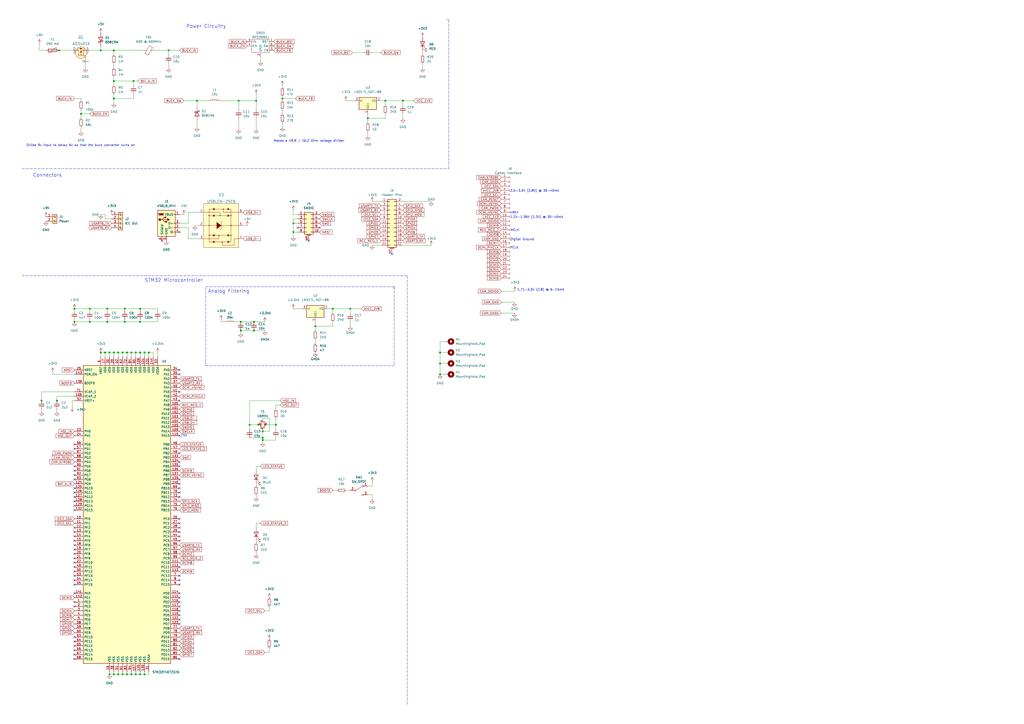
<source format=kicad_sch>
(kicad_sch (version 20211123) (generator eeschema)
  (paper "A2")
  (title_block (title "Camera") (date "2022-01-29") (rev "Rev 1.0"))
  (junction (at 66.04 204.47))
  (junction (at 73.66 391.16))
  (junction (at 81.28 179.07))
  (junction (at 144.78 246.38))
  (junction (at 255.27 217.17))
  (junction (at 66.04 29.21))
  (junction (at 152.4 255.27))
  (junction (at 255.27 210.82))
  (junction (at 66.04 46.99))
  (junction (at 160.02 246.38))
  (junction (at 170.18 129.54))
  (junction (at 34.29 29.21))
  (junction (at 52.07 179.07))
  (junction (at 76.2 204.47))
  (junction (at 223.52 58.42))
  (junction (at 78.74 391.16))
  (junction (at 139.7 186.69))
  (junction (at 193.04 179.07))
  (junction (at 66.04 57.15))
  (junction (at 77.47 46.99))
  (junction (at 138.43 58.42))
  (junction (at 81.28 186.69))
  (junction (at 68.58 204.47))
  (junction (at 170.18 134.62))
  (junction (at 60.96 204.47))
  (junction (at 52.07 186.69))
  (junction (at 147.32 186.69))
  (junction (at 68.58 391.16))
  (junction (at 62.23 179.07))
  (junction (at 213.36 68.58))
  (junction (at 83.82 391.16))
  (junction (at 76.2 391.16))
  (junction (at 33.02 232.41))
  (junction (at 24.13 232.41))
  (junction (at 58.42 204.47))
  (junction (at 163.83 57.15))
  (junction (at 114.3 58.42))
  (junction (at 58.42 29.21))
  (junction (at 66.04 391.16))
  (junction (at 233.68 58.42))
  (junction (at 97.79 29.21))
  (junction (at 86.36 204.47))
  (junction (at 255.27 204.47))
  (junction (at 72.39 186.69))
  (junction (at 43.18 179.07))
  (junction (at 71.12 391.16))
  (junction (at 152.4 254))
  (junction (at 148.59 58.42))
  (junction (at 72.39 179.07))
  (junction (at 203.2 179.07))
  (junction (at 73.66 204.47))
  (junction (at 78.74 204.47))
  (junction (at 139.7 191.77))
  (junction (at 63.5 391.16))
  (junction (at 152.4 250.19))
  (junction (at 62.23 186.69))
  (junction (at 83.82 204.47))
  (junction (at 43.18 186.69))
  (junction (at 46.99 66.04))
  (junction (at 63.5 204.47))
  (junction (at 71.12 204.47))
  (junction (at 149.86 246.38))
  (junction (at 81.28 391.16))
  (junction (at 147.32 191.77))
  (junction (at 182.88 189.23))
  (junction (at 81.28 204.47))
  (no_connect (at 43.18 290.83))
  (no_connect (at 104.14 252.73))
  (no_connect (at 43.18 260.35))
  (no_connect (at 43.18 257.81))
  (no_connect (at 43.18 379.73))
  (no_connect (at 104.14 351.79))
  (no_connect (at 43.18 293.37))
  (no_connect (at 185.42 132.08))
  (no_connect (at 104.14 288.29))
  (no_connect (at 104.14 303.53))
  (no_connect (at 104.14 283.21))
  (no_connect (at 43.18 321.31))
  (no_connect (at 43.18 275.59))
  (no_connect (at 43.18 344.17))
  (no_connect (at 104.14 313.69))
  (no_connect (at 104.14 267.97))
  (no_connect (at 43.18 306.07))
  (no_connect (at 43.18 311.15))
  (no_connect (at 104.14 356.87))
  (no_connect (at 104.14 382.27))
  (no_connect (at 104.14 361.95))
  (no_connect (at 104.14 300.99))
  (no_connect (at 104.14 336.55))
  (no_connect (at 104.14 339.09))
  (no_connect (at 104.14 328.93))
  (no_connect (at 104.14 334.01))
  (no_connect (at 104.14 306.07))
  (no_connect (at 104.14 311.15))
  (no_connect (at 227.33 147.32))
  (no_connect (at 179.07 139.7))
  (no_connect (at 43.18 313.69))
  (no_connect (at 104.14 359.41))
  (no_connect (at 172.72 132.08))
  (no_connect (at 43.18 273.05))
  (no_connect (at 43.18 270.51))
  (no_connect (at 43.18 318.77))
  (no_connect (at 104.14 227.33))
  (no_connect (at 43.18 285.75))
  (no_connect (at 43.18 278.13))
  (no_connect (at 104.14 232.41))
  (no_connect (at 104.14 270.51))
  (no_connect (at 104.14 262.89))
  (no_connect (at 104.14 278.13))
  (no_connect (at 43.18 316.23))
  (no_connect (at 43.18 382.27))
  (no_connect (at 104.14 349.25))
  (no_connect (at 43.18 331.47))
  (no_connect (at 104.14 134.62))
  (no_connect (at 43.18 283.21))
  (no_connect (at 43.18 339.09))
  (no_connect (at 43.18 295.91))
  (no_connect (at 104.14 280.67))
  (no_connect (at 43.18 328.93))
  (no_connect (at 43.18 369.57))
  (no_connect (at 43.18 349.25))
  (no_connect (at 43.18 351.79))
  (no_connect (at 43.18 372.11))
  (no_connect (at 104.14 217.17))
  (no_connect (at 43.18 374.65))
  (no_connect (at 104.14 214.63))
  (no_connect (at 43.18 308.61))
  (no_connect (at 104.14 308.61))
  (no_connect (at 104.14 346.71))
  (no_connect (at 43.18 334.01))
  (no_connect (at 104.14 344.17))
  (no_connect (at 104.14 354.33))
  (no_connect (at 43.18 336.55))
  (no_connect (at 43.18 288.29))
  (no_connect (at 43.18 323.85))
  (no_connect (at 104.14 285.75))
  (no_connect (at 43.18 326.39))
  (no_connect (at 43.18 377.19))
  (no_connect (at 93.98 139.7))
  (wire (pts (xy 138.43 58.42) (xy 148.59 58.42)))
  (wire (pts (xy 223.52 58.42) (xy 233.68 58.42)))
  (wire (pts (xy 46.99 73.66) (xy 46.99 76.2)))
  (wire (pts (xy 68.58 204.47) (xy 71.12 204.47)))
  (wire (pts (xy 109.22 138.43) (xy 109.22 132.08)))
  (wire (pts (xy 152.4 254) (xy 152.4 255.27)))
  (polyline (pts (xy 260.35 11.43) (xy 259.08 11.43)))
  (wire (pts (xy 190.5 179.07) (xy 193.04 179.07)))
  (wire (pts (xy 81.28 179.07) (xy 91.44 179.07)))
  (wire (pts (xy 33.02 29.21) (xy 34.29 29.21)))
  (wire (pts (xy 58.42 204.47) (xy 60.96 204.47)))
  (wire (pts (xy 154.94 246.38) (xy 160.02 246.38)))
  (wire (pts (xy 139.7 186.69) (xy 147.32 186.69)))
  (wire (pts (xy 78.74 389.89) (xy 78.74 391.16)))
  (wire (pts (xy 33.02 232.41) (xy 33.02 229.87)))
  (wire (pts (xy 213.36 68.58) (xy 213.36 71.12)))
  (wire (pts (xy 153.67 378.46) (xy 156.21 378.46)))
  (wire (pts (xy 43.18 179.07) (xy 43.18 180.34)))
  (wire (pts (xy 135.89 186.69) (xy 139.7 186.69)))
  (polyline (pts (xy 236.22 160.02) (xy 236.22 408.94)))
  (wire (pts (xy 66.04 44.45) (xy 66.04 46.99)))
  (wire (pts (xy 148.59 313.69) (xy 148.59 314.96)))
  (wire (pts (xy 148.59 280.67) (xy 148.59 281.94)))
  (wire (pts (xy 77.47 46.99) (xy 80.01 46.99)))
  (wire (pts (xy 128.27 185.42) (xy 128.27 186.69)))
  (wire (pts (xy 106.68 124.46) (xy 104.14 124.46)))
  (wire (pts (xy 115.57 138.43) (xy 109.22 138.43)))
  (wire (pts (xy 52.07 186.69) (xy 62.23 186.69)))
  (wire (pts (xy 90.17 29.21) (xy 97.79 29.21)))
  (wire (pts (xy 97.79 29.21) (xy 97.79 31.75)))
  (wire (pts (xy 66.04 46.99) (xy 77.47 46.99)))
  (wire (pts (xy 63.5 204.47) (xy 66.04 204.47)))
  (wire (pts (xy 72.39 179.07) (xy 81.28 179.07)))
  (polyline (pts (xy 228.6 166.37) (xy 228.6 167.64)))
  (wire (pts (xy 71.12 391.16) (xy 73.66 391.16)))
  (wire (pts (xy 22.86 29.21) (xy 22.86 25.4)))
  (wire (pts (xy 245.11 36.83) (xy 245.11 39.37)))
  (wire (pts (xy 162.56 232.41) (xy 144.78 232.41)))
  (wire (pts (xy 60.96 124.46) (xy 58.42 124.46)))
  (wire (pts (xy 163.83 57.15) (xy 171.45 57.15)))
  (wire (pts (xy 156.21 26.67) (xy 158.75 26.67)))
  (wire (pts (xy 182.88 196.85) (xy 182.88 199.39)))
  (wire (pts (xy 250.19 142.24) (xy 233.68 142.24)))
  (wire (pts (xy 83.82 204.47) (xy 83.82 207.01)))
  (wire (pts (xy 203.2 179.07) (xy 203.2 181.61)))
  (wire (pts (xy 68.58 204.47) (xy 68.58 207.01)))
  (wire (pts (xy 81.28 186.69) (xy 91.44 186.69)))
  (wire (pts (xy 78.74 204.47) (xy 78.74 207.01)))
  (wire (pts (xy 156.21 242.57) (xy 156.21 250.19)))
  (wire (pts (xy 81.28 185.42) (xy 81.28 186.69)))
  (wire (pts (xy 68.58 391.16) (xy 68.58 389.89)))
  (wire (pts (xy 233.68 58.42) (xy 240.03 58.42)))
  (wire (pts (xy 62.23 179.07) (xy 72.39 179.07)))
  (wire (pts (xy 203.2 179.07) (xy 209.55 179.07)))
  (wire (pts (xy 200.66 284.48) (xy 203.2 284.48)))
  (wire (pts (xy 43.18 186.69) (xy 52.07 186.69)))
  (wire (pts (xy 86.36 389.89) (xy 86.36 391.16)))
  (wire (pts (xy 144.78 246.38) (xy 149.86 246.38)))
  (wire (pts (xy 139.7 191.77) (xy 139.7 193.04)))
  (wire (pts (xy 156.21 378.46) (xy 156.21 375.92)))
  (wire (pts (xy 233.68 58.42) (xy 233.68 60.96)))
  (wire (pts (xy 114.3 69.85) (xy 114.3 73.66)))
  (wire (pts (xy 193.04 179.07) (xy 193.04 181.61)))
  (wire (pts (xy 172.72 124.46) (xy 170.18 124.46)))
  (wire (pts (xy 97.79 29.21) (xy 104.14 29.21)))
  (wire (pts (xy 46.99 66.04) (xy 46.99 68.58)))
  (wire (pts (xy 152.4 248.92) (xy 152.4 250.19)))
  (wire (pts (xy 66.04 391.16) (xy 63.5 391.16)))
  (wire (pts (xy 170.18 129.54) (xy 170.18 127)))
  (wire (pts (xy 170.18 134.62) (xy 172.72 134.62)))
  (wire (pts (xy 73.66 391.16) (xy 76.2 391.16)))
  (wire (pts (xy 160.02 242.57) (xy 160.02 246.38)))
  (wire (pts (xy 139.7 191.77) (xy 147.32 191.77)))
  (wire (pts (xy 41.91 232.41) (xy 41.91 236.22)))
  (wire (pts (xy 72.39 179.07) (xy 72.39 180.34)))
  (wire (pts (xy 290.83 168.91) (xy 298.704 168.91)))
  (wire (pts (xy 76.2 204.47) (xy 76.2 207.01)))
  (wire (pts (xy 257.81 198.12) (xy 255.27 198.12)))
  (wire (pts (xy 148.59 58.42) (xy 148.59 63.5)))
  (wire (pts (xy 148.59 306.07) (xy 148.59 303.53)))
  (wire (pts (xy 58.42 29.21) (xy 66.04 29.21)))
  (wire (pts (xy 223.52 68.58) (xy 213.36 68.58)))
  (wire (pts (xy 66.04 204.47) (xy 68.58 204.47)))
  (wire (pts (xy 163.83 57.15) (xy 163.83 58.42)))
  (wire (pts (xy 156.21 29.21) (xy 158.75 29.21)))
  (wire (pts (xy 52.07 179.07) (xy 52.07 180.34)))
  (wire (pts (xy 83.82 204.47) (xy 86.36 204.47)))
  (wire (pts (xy 66.04 59.69) (xy 66.04 57.15)))
  (wire (pts (xy 245.11 29.21) (xy 245.11 31.75)))
  (wire (pts (xy 77.47 57.15) (xy 66.04 57.15)))
  (wire (pts (xy 114.3 62.23) (xy 114.3 58.42)))
  (wire (pts (xy 86.36 204.47) (xy 86.36 207.01)))
  (wire (pts (xy 213.36 76.2) (xy 213.36 78.74)))
  (polyline (pts (xy 119.38 212.09) (xy 119.38 166.37)))
  (wire (pts (xy 160.02 248.92) (xy 160.02 246.38)))
  (wire (pts (xy 215.9 116.84) (xy 220.98 116.84)))
  (wire (pts (xy 128.27 58.42) (xy 138.43 58.42)))
  (wire (pts (xy 64.77 127) (xy 60.96 127)))
  (wire (pts (xy 156.21 24.13) (xy 158.75 24.13)))
  (wire (pts (xy 43.18 57.15) (xy 46.99 57.15)))
  (wire (pts (xy 182.88 189.23) (xy 182.88 191.77)))
  (wire (pts (xy 68.58 391.16) (xy 71.12 391.16)))
  (wire (pts (xy 72.39 185.42) (xy 72.39 186.69)))
  (wire (pts (xy 52.07 179.07) (xy 62.23 179.07)))
  (wire (pts (xy 144.78 232.41) (xy 144.78 246.38)))
  (wire (pts (xy 58.42 204.47) (xy 58.42 207.01)))
  (wire (pts (xy 213.36 287.02) (xy 215.9 287.02)))
  (wire (pts (xy 147.32 186.69) (xy 153.67 186.69)))
  (wire (pts (xy 215.9 142.24) (xy 220.98 142.24)))
  (wire (pts (xy 63.5 204.47) (xy 63.5 207.01)))
  (wire (pts (xy 128.27 186.69) (xy 130.81 186.69)))
  (polyline (pts (xy 228.6 166.37) (xy 228.6 212.09)))
  (wire (pts (xy 62.23 186.69) (xy 72.39 186.69)))
  (wire (pts (xy 255.27 204.47) (xy 255.27 210.82)))
  (wire (pts (xy 66.04 391.16) (xy 68.58 391.16)))
  (wire (pts (xy 170.18 127) (xy 172.72 127)))
  (wire (pts (xy 81.28 204.47) (xy 83.82 204.47)))
  (wire (pts (xy 250.19 116.84) (xy 233.68 116.84)))
  (wire (pts (xy 193.04 284.48) (xy 195.58 284.48)))
  (wire (pts (xy 148.59 68.58) (xy 148.59 74.93)))
  (wire (pts (xy 60.96 204.47) (xy 63.5 204.47)))
  (wire (pts (xy 204.47 30.48) (xy 210.82 30.48)))
  (wire (pts (xy 148.59 270.51) (xy 151.13 270.51)))
  (wire (pts (xy 213.36 66.04) (xy 213.36 68.58)))
  (wire (pts (xy 60.96 127) (xy 60.96 124.46)))
  (wire (pts (xy 66.04 29.21) (xy 66.04 31.75)))
  (wire (pts (xy 91.44 179.07) (xy 91.44 180.34)))
  (wire (pts (xy 255.27 210.82) (xy 255.27 217.17)))
  (wire (pts (xy 33.02 237.49) (xy 33.02 238.76)))
  (wire (pts (xy 160.02 254) (xy 160.02 255.27)))
  (wire (pts (xy 193.04 186.69) (xy 193.04 189.23)))
  (wire (pts (xy 182.88 186.69) (xy 182.88 189.23)))
  (wire (pts (xy 66.04 36.83) (xy 66.04 39.37)))
  (wire (pts (xy 215.9 281.94) (xy 215.9 279.4)))
  (wire (pts (xy 163.83 71.12) (xy 163.83 73.66)))
  (wire (pts (xy 104.14 132.08) (xy 109.22 132.08)))
  (wire (pts (xy 30.48 217.17) (xy 30.48 215.9)))
  (wire (pts (xy 138.43 68.58) (xy 138.43 74.93)))
  (wire (pts (xy 193.04 189.23) (xy 182.88 189.23)))
  (wire (pts (xy 71.12 204.47) (xy 73.66 204.47)))
  (wire (pts (xy 148.59 273.05) (xy 148.59 270.51)))
  (wire (pts (xy 290.83 175.26) (xy 298.45 175.26)))
  (wire (pts (xy 147.32 191.77) (xy 153.67 191.77)))
  (wire (pts (xy 83.82 389.89) (xy 83.82 391.16)))
  (wire (pts (xy 60.96 204.47) (xy 60.96 207.01)))
  (wire (pts (xy 81.28 204.47) (xy 81.28 207.01)))
  (polyline (pts (xy 12.7 160.02) (xy 236.22 160.02)))
  (wire (pts (xy 257.81 204.47) (xy 255.27 204.47)))
  (wire (pts (xy 163.83 49.53) (xy 163.83 50.8)))
  (wire (pts (xy 139.7 189.23) (xy 139.7 191.77)))
  (wire (pts (xy 62.23 179.07) (xy 62.23 180.34)))
  (wire (pts (xy 97.79 36.83) (xy 97.79 39.37)))
  (wire (pts (xy 24.13 227.33) (xy 24.13 232.41)))
  (wire (pts (xy 215.9 30.48) (xy 220.98 30.48)))
  (wire (pts (xy 91.44 204.47) (xy 91.44 207.01)))
  (wire (pts (xy 66.04 29.21) (xy 82.55 29.21)))
  (wire (pts (xy 152.4 242.57) (xy 156.21 242.57)))
  (wire (pts (xy 152.4 243.84) (xy 152.4 242.57)))
  (wire (pts (xy 160.02 234.95) (xy 160.02 237.49)))
  (wire (pts (xy 81.28 391.16) (xy 83.82 391.16)))
  (wire (pts (xy 109.22 123.19) (xy 109.22 129.54)))
  (wire (pts (xy 46.99 66.04) (xy 52.07 66.04)))
  (wire (pts (xy 153.67 354.33) (xy 156.21 354.33)))
  (wire (pts (xy 104.14 129.54) (xy 109.22 129.54)))
  (wire (pts (xy 152.4 255.27) (xy 152.4 256.54)))
  (wire (pts (xy 160.02 234.95) (xy 162.56 234.95)))
  (wire (pts (xy 200.66 58.42) (xy 205.74 58.42)))
  (polyline (pts (xy 260.35 97.79) (xy 260.35 11.43)))
  (wire (pts (xy 152.4 250.19) (xy 152.4 254)))
  (wire (pts (xy 52.07 185.42) (xy 52.07 186.69)))
  (wire (pts (xy 213.36 281.94) (xy 215.9 281.94)))
  (wire (pts (xy 66.04 389.89) (xy 66.04 391.16)))
  (wire (pts (xy 81.28 389.89) (xy 81.28 391.16)))
  (wire (pts (xy 114.3 58.42) (xy 120.65 58.42)))
  (wire (pts (xy 43.18 185.42) (xy 43.18 186.69)))
  (wire (pts (xy 115.57 123.19) (xy 109.22 123.19)))
  (wire (pts (xy 170.18 137.16) (xy 170.18 134.62)))
  (wire (pts (xy 73.66 204.47) (xy 73.66 207.01)))
  (wire (pts (xy 215.9 287.02) (xy 215.9 289.56)))
  (wire (pts (xy 49.53 36.83) (xy 49.53 39.37)))
  (wire (pts (xy 46.99 63.5) (xy 46.99 66.04)))
  (wire (pts (xy 156.21 250.19) (xy 152.4 250.19)))
  (wire (pts (xy 255.27 217.17) (xy 257.81 217.17)))
  (wire (pts (xy 73.66 389.89) (xy 73.66 391.16)))
  (wire (pts (xy 148.59 54.61) (xy 148.59 58.42)))
  (wire (pts (xy 77.47 54.61) (xy 77.47 57.15)))
  (wire (pts (xy 73.66 204.47) (xy 76.2 204.47)))
  (wire (pts (xy 43.18 179.07) (xy 52.07 179.07)))
  (wire (pts (xy 62.23 185.42) (xy 62.23 186.69)))
  (wire (pts (xy 77.47 46.99) (xy 77.47 49.53)))
  (wire (pts (xy 66.04 54.61) (xy 66.04 57.15)))
  (wire (pts (xy 106.68 58.42) (xy 114.3 58.42)))
  (wire (pts (xy 223.52 58.42) (xy 223.52 60.96)))
  (wire (pts (xy 71.12 389.89) (xy 71.12 391.16)))
  (wire (pts (xy 41.91 232.41) (xy 43.18 232.41)))
  (wire (pts (xy 26.67 29.21) (xy 22.86 29.21)))
  (wire (pts (xy 78.74 204.47) (xy 81.28 204.47)))
  (wire (pts (xy 88.9 204.47) (xy 88.9 207.01)))
  (wire (pts (xy 144.78 248.92) (xy 144.78 246.38)))
  (wire (pts (xy 91.44 186.69) (xy 91.44 185.42)))
  (wire (pts (xy 144.78 254) (xy 152.4 254)))
  (wire (pts (xy 52.07 29.21) (xy 58.42 29.21)))
  (wire (pts (xy 33.02 229.87) (xy 43.18 229.87)))
  (wire (pts (xy 66.04 204.47) (xy 66.04 207.01)))
  (wire (pts (xy 46.99 57.15) (xy 46.99 58.42)))
  (wire (pts (xy 24.13 233.68) (xy 24.13 232.41)))
  (wire (pts (xy 86.36 204.47) (xy 88.9 204.47)))
  (wire (pts (xy 170.18 124.46) (xy 170.18 121.92)))
  (wire (pts (xy 160.02 255.27) (xy 152.4 255.27)))
  (polyline (pts (xy 12.7 97.79) (xy 260.35 97.79)))
  (wire (pts (xy 113.03 130.81) (xy 115.57 130.81)))
  (wire (pts (xy 149.86 246.38) (xy 151.13 246.38)))
  (wire (pts (xy 203.2 186.69) (xy 203.2 189.23)))
  (polyline (pts (xy 228.6 212.09) (xy 119.38 212.09)))
  (wire (pts (xy 220.98 58.42) (xy 223.52 58.42)))
  (wire (pts (xy 33.02 233.68) (xy 33.02 232.41)))
  (wire (pts (xy 255.27 198.12) (xy 255.27 204.47)))
  (wire (pts (xy 223.52 66.04) (xy 223.52 68.58)))
  (wire (pts (xy 143.51 130.81) (xy 140.97 130.81)))
  (wire (pts (xy 72.39 186.69) (xy 81.28 186.69)))
  (wire (pts (xy 170.18 129.54) (xy 172.72 129.54)))
  (wire (pts (xy 257.81 210.82) (xy 255.27 210.82)))
  (wire (pts (xy 163.83 63.5) (xy 163.83 66.04)))
  (wire (pts (xy 63.5 391.16) (xy 63.5 389.89)))
  (wire (pts (xy 151.13 33.02) (xy 151.13 35.56)))
  (wire (pts (xy 76.2 204.47) (xy 78.74 204.47)))
  (wire (pts (xy 71.12 204.47) (xy 71.12 207.01)))
  (wire (pts (xy 66.04 46.99) (xy 66.04 49.53)))
  (wire (pts (xy 156.21 354.33) (xy 156.21 351.79)))
  (wire (pts (xy 233.68 66.04) (xy 233.68 68.58)))
  (wire (pts (xy 34.29 29.21) (xy 41.91 29.21)))
  (polyline (pts (xy 119.38 166.37) (xy 228.6 166.37)))
  (wire (pts (xy 170.18 129.54) (xy 170.18 134.62)))
  (wire (pts (xy 148.59 320.04) (xy 148.59 321.31)))
  (wire (pts (xy 86.36 391.16) (xy 83.82 391.16)))
  (wire (pts (xy 148.59 287.02) (xy 148.59 288.29)))
  (wire (pts (xy 76.2 389.89) (xy 76.2 391.16)))
  (wire (pts (xy 193.04 179.07) (xy 203.2 179.07)))
  (wire (pts (xy 81.28 179.07) (xy 81.28 180.34)))
  (wire (pts (xy 290.83 181.61) (xy 298.45 181.61)))
  (wire (pts (xy 148.59 303.53) (xy 151.13 303.53)))
  (wire (pts (xy 76.2 391.16) (xy 78.74 391.16)))
  (wire (pts (xy 78.74 391.16) (xy 81.28 391.16)))
  (wire (pts (xy 24.13 237.49) (xy 24.13 238.76)))
  (wire (pts (xy 138.43 58.42) (xy 138.43 63.5)))
  (wire (pts (xy 170.18 179.07) (xy 175.26 179.07)))
  (wire (pts (xy 58.42 26.67) (xy 58.42 29.21)))
  (wire (pts (xy 163.83 55.88) (xy 163.83 57.15)))
  (wire (pts (xy 43.18 217.17) (xy 30.48 217.17)))
  (wire (pts (xy 24.13 227.33) (xy 43.18 227.33)))
  (text "Makes a 49.9 / 16.2 Ohm voltage divider\n" (at 158.75 82.55 0) (effects (font (size 1.27 1.27)) (justify left bottom)))
  (text "JTDI" (at 104.648 253.492 0) (effects (font (size 1.27 1.27)) (justify left bottom)))
  (text "HREF" (at 295.91 124.206 0) (effects (font (size 1.27 1.27)) (justify left bottom)))
  (text "1.71-3.3V (2.8) @ 6-15mA" (at 299.974 168.91 0) (effects (font (size 1.27 1.27)) (justify left bottom)))
  (text "STM32 Microcontroller" (at 83.82 163.83 0) (effects (font (size 2 2)) (justify left bottom)))
  (text "Power Circuitry" (at 107.95 16.51 0) (effects (font (size 2 2)) (justify left bottom)))
  (text "MCLK" (at 296.037 134.366 0) (effects (font (size 1.27 1.27)) (justify left bottom)))
  (text "Digital Ground" (at 295.91 139.7 0) (effects (font (size 1.27 1.27)) (justify left bottom)))
  (text "Divide 9v input to below 6v so that the buck converter turns on" (at 15.24 85.09 0) (effects (font (size 1.27 1.27)) (justify left bottom)))
  (text "Analog Filtering" (at 120.65 170.18 0) (effects (font (size 2 2)) (justify left bottom)))
  (text "PCLK" (at 295.91 144.526 0) (effects (font (size 1.27 1.27)) (justify left bottom)))
  (text "2.5-3.0V (2.8V) @ 30-40mA" (at 295.91 111.506 0) (effects (font (size 1.27 1.27)) (justify left bottom)))
  (text "1.24-1.36V (1.3V) @ 30-40mA" (at 295.91 126.746 0) (effects (font (size 1.27 1.27)) (justify left bottom)))
  (text "Connectors" (at 19.05 102.87 0) (effects (font (size 2 2)) (justify left bottom)))
  (global_label "SWCLK" (shape input) (at 185.42 127 0) (property "Intersheet References" "${INTERSHEET_REFS}" (effects hide)))
  (global_label "CAM_DOVDD" (shape input) (at 290.83 168.91 180) (property "Intersheet References" "${INTERSHEET_REFS}" (effects hide)))
  (global_label "VCC_1V3" (shape input) (at 240.03 58.42 0) (property "Intersheet References" "${INTERSHEET_REFS}" (effects hide)))
  (global_label "BUCK_IN" (shape input) (at 104.14 29.21 0) (property "Intersheet References" "${INTERSHEET_REFS}" (effects hide)))
  (global_label "BUCK_SW" (shape input) (at 158.75 26.67 0) (property "Intersheet References" "${INTERSHEET_REFS}" (effects hide)))
  (global_label "SPI2_MISO" (shape input) (at 233.68 121.92 0) (property "Intersheet References" "${INTERSHEET_REFS}" (effects hide)))
  (global_label "LED_STATUS" (shape input) (at 151.13 270.51 0) (property "Intersheet References" "${INTERSHEET_REFS}" (effects hide)))
  (global_label "USART3_TX" (shape input) (at 233.68 137.16 0) (property "Intersheet References" "${INTERSHEET_REFS}" (effects hide)))
  (global_label "GPIO1" (shape input) (at 220.98 129.54 180) (property "Intersheet References" "${INTERSHEET_REFS}" (effects hide)))
  (global_label "CAM_STROBE" (shape input) (at 43.18 267.97 180) (property "Intersheet References" "${INTERSHEET_REFS}" (effects hide)))
  (global_label "DCMI9" (shape input) (at 290.83 130.81 180) (property "Intersheet References" "${INTERSHEET_REFS}" (effects hide)))
  (global_label "DCMI_VSYNC" (shape input) (at 290.83 118.11 180) (property "Intersheet References" "${INTERSHEET_REFS}" (effects hide)))
  (global_label "DCMI0" (shape input) (at 290.83 161.29 180) (property "Intersheet References" "${INTERSHEET_REFS}" (effects hide)))
  (global_label "RCC_MCO_2" (shape input) (at 290.83 133.35 180) (property "Intersheet References" "${INTERSHEET_REFS}" (effects hide)))
  (global_label "DCMI9" (shape input) (at 104.14 331.47 0) (property "Intersheet References" "${INTERSHEET_REFS}" (effects hide)))
  (global_label "BUCK_BST" (shape input) (at 158.75 24.13 0) (property "Intersheet References" "${INTERSHEET_REFS}" (effects hide)))
  (global_label "BUCK_SW" (shape input) (at 220.98 30.48 0) (property "Intersheet References" "${INTERSHEET_REFS}" (effects hide)))
  (global_label "GPIO1" (shape input) (at 43.18 364.49 180) (property "Intersheet References" "${INTERSHEET_REFS}" (effects hide)))
  (global_label "GPIO5" (shape input) (at 220.98 134.62 180) (property "Intersheet References" "${INTERSHEET_REFS}" (effects hide)))
  (global_label "DCMI6" (shape input) (at 290.83 146.05 180) (property "Intersheet References" "${INTERSHEET_REFS}" (effects hide)))
  (global_label "USART3_RX" (shape input) (at 104.14 367.03 0) (property "Intersheet References" "${INTERSHEET_REFS}" (effects hide)))
  (global_label "GPIO6" (shape input) (at 233.68 134.62 0) (property "Intersheet References" "${INTERSHEET_REFS}" (effects hide)))
  (global_label "USART6_RX" (shape input) (at 64.77 132.08 180) (property "Intersheet References" "${INTERSHEET_REFS}" (effects hide)))
  (global_label "GPIO5" (shape input) (at 104.14 374.65 0) (property "Intersheet References" "${INTERSHEET_REFS}" (effects hide)))
  (global_label "DCMI2" (shape input) (at 104.14 321.31 0) (property "Intersheet References" "${INTERSHEET_REFS}" (effects hide)))
  (global_label "BAT_A_IN" (shape input) (at 80.01 46.99 0) (property "Intersheet References" "${INTERSHEET_REFS}" (effects hide)))
  (global_label "DCMI5" (shape input) (at 104.14 273.05 0) (property "Intersheet References" "${INTERSHEET_REFS}" (effects hide)))
  (global_label "DCMI8" (shape input) (at 104.14 326.39 0) (property "Intersheet References" "${INTERSHEET_REFS}" (effects hide)))
  (global_label "AVCC_2V8" (shape input) (at 290.83 110.49 180) (property "Intersheet References" "${INTERSHEET_REFS}" (effects hide)))
  (global_label "SPI2_MOSI" (shape input) (at 233.68 124.46 0) (property "Intersheet References" "${INTERSHEET_REFS}" (effects hide)))
  (global_label "USART6_TX" (shape input) (at 104.14 316.23 0) (property "Intersheet References" "${INTERSHEET_REFS}" (effects hide)))
  (global_label "GPIO7" (shape input) (at 104.14 379.73 0) (property "Intersheet References" "${INTERSHEET_REFS}" (effects hide)))
  (global_label "BUCK_FB" (shape input) (at 158.75 29.21 0) (property "Intersheet References" "${INTERSHEET_REFS}" (effects hide)))
  (global_label "GPIO0" (shape input) (at 233.68 127 0) (property "Intersheet References" "${INTERSHEET_REFS}" (effects hide)))
  (global_label "SPI2_MOSI" (shape input) (at 104.14 295.91 0) (property "Intersheet References" "${INTERSHEET_REFS}" (effects hide)))
  (global_label "GPIO3" (shape input) (at 220.98 132.08 180) (property "Intersheet References" "${INTERSHEET_REFS}" (effects hide)))
  (global_label "DCMI_PIXCLK" (shape input) (at 290.83 143.51 180) (property "Intersheet References" "${INTERSHEET_REFS}" (effects hide)))
  (global_label "GPIO2" (shape input) (at 43.18 367.03 180) (property "Intersheet References" "${INTERSHEET_REFS}" (effects hide)))
  (global_label "HSE_IN" (shape input) (at 43.18 250.19 180) (property "Intersheet References" "${INTERSHEET_REFS}" (effects hide)))
  (global_label "I2C2_SDA" (shape input) (at 290.83 107.95 180) (property "Intersheet References" "${INTERSHEET_REFS}" (effects hide)))
  (global_label "USART2_TX" (shape input) (at 220.98 119.38 180) (property "Intersheet References" "${INTERSHEET_REFS}" (effects hide)))
  (global_label "USB_D-" (shape input) (at 140.97 138.43 0) (property "Intersheet References" "${INTERSHEET_REFS}" (effects hide)))
  (global_label "I2C2_SCL" (shape input) (at 220.98 124.46 180) (property "Intersheet References" "${INTERSHEET_REFS}" (effects hide)))
  (global_label "HSE_IN" (shape input) (at 162.56 232.41 0) (property "Intersheet References" "${INTERSHEET_REFS}" (effects hide)))
  (global_label "DCMI8" (shape input) (at 290.83 135.89 180) (property "Intersheet References" "${INTERSHEET_REFS}" (effects hide)))
  (global_label "USART2_RX" (shape input) (at 220.98 121.92 180) (property "Intersheet References" "${INTERSHEET_REFS}" (effects hide)))
  (global_label "CAM_DOVDD" (shape input) (at 290.83 128.27 180) (property "Intersheet References" "${INTERSHEET_REFS}" (effects hide)))
  (global_label "NRST" (shape input) (at 43.18 214.63 180) (property "Intersheet References" "${INTERSHEET_REFS}" (effects hide)))
  (global_label "HSE_OUT" (shape input) (at 43.18 252.73 180) (property "Intersheet References" "${INTERSHEET_REFS}" (effects hide)))
  (global_label "SWDIO" (shape input) (at 104.14 247.65 0) (property "Intersheet References" "${INTERSHEET_REFS}" (effects hide)))
  (global_label "DCMI3" (shape input) (at 290.83 153.67 180) (property "Intersheet References" "${INTERSHEET_REFS}" (effects hide)))
  (global_label "I2C2_SDA" (shape input) (at 220.98 127 180) (property "Intersheet References" "${INTERSHEET_REFS}" (effects hide)))
  (global_label "DCMI_PIXCLK" (shape input) (at 104.14 229.87 0) (property "Intersheet References" "${INTERSHEET_REFS}" (effects hide)))
  (global_label "NRST" (shape input) (at 185.42 134.62 0) (property "Intersheet References" "${INTERSHEET_REFS}" (effects hide)))
  (global_label "USB_D-" (shape input) (at 104.14 242.57 0) (property "Intersheet References" "${INTERSHEET_REFS}" (effects hide)))
  (global_label "USART6_TX" (shape input) (at 64.77 129.54 180) (property "Intersheet References" "${INTERSHEET_REFS}" (effects hide)))
  (global_label "SPI2_MISO" (shape input) (at 104.14 293.37 0) (property "Intersheet References" "${INTERSHEET_REFS}" (effects hide)))
  (global_label "CAM_PWDN" (shape input) (at 43.18 262.89 180) (property "Intersheet References" "${INTERSHEET_REFS}" (effects hide)))
  (global_label "BUCK_BST" (shape input) (at 204.47 30.48 180) (property "Intersheet References" "${INTERSHEET_REFS}" (effects hide)))
  (global_label "GPIO0" (shape input) (at 43.18 361.95 180) (property "Intersheet References" "${INTERSHEET_REFS}" (effects hide)))
  (global_label "SWO" (shape input) (at 185.42 129.54 0) (property "Intersheet References" "${INTERSHEET_REFS}" (effects hide)))
  (global_label "DCMI1" (shape input) (at 104.14 240.03 0) (property "Intersheet References" "${INTERSHEET_REFS}" (effects hide)))
  (global_label "DCMI4" (shape input) (at 43.18 354.33 180) (property "Intersheet References" "${INTERSHEET_REFS}" (effects hide)))
  (global_label "DCMI_HSYNC" (shape input) (at 290.83 123.19 180) (property "Intersheet References" "${INTERSHEET_REFS}" (effects hide)))
  (global_label "GPIO4" (shape input) (at 233.68 132.08 0) (property "Intersheet References" "${INTERSHEET_REFS}" (effects hide)))
  (global_label "USB_D+" (shape input) (at 140.97 123.19 0) (property "Intersheet References" "${INTERSHEET_REFS}" (effects hide)))
  (global_label "DCMI1" (shape input) (at 290.83 158.75 180) (property "Intersheet References" "${INTERSHEET_REFS}" (effects hide)))
  (global_label "BOOT0" (shape input) (at 43.18 222.25 180) (property "Intersheet References" "${INTERSHEET_REFS}" (effects hide)))
  (global_label "BUCK_SW" (shape input) (at 106.68 58.42 180) (property "Intersheet References" "${INTERSHEET_REFS}" (effects hide)))
  (global_label "VCC_1V3" (shape input) (at 290.83 125.73 180) (property "Intersheet References" "${INTERSHEET_REFS}" (effects hide)))
  (global_label "CAM_PWDN" (shape input) (at 290.83 120.65 180) (property "Intersheet References" "${INTERSHEET_REFS}" (effects hide)))
  (global_label "DCMI7" (shape input) (at 43.18 359.41 180) (property "Intersheet References" "${INTERSHEET_REFS}" (effects hide)))
  (global_label "DCMI4" (shape input) (at 290.83 156.21 180) (property "Intersheet References" "${INTERSHEET_REFS}" (effects hide)))
  (global_label "DCMI0" (shape input) (at 104.14 237.49 0) (property "Intersheet References" "${INTERSHEET_REFS}" (effects hide)))
  (global_label "USART3_RX" (shape input) (at 233.68 139.7 0) (property "Intersheet References" "${INTERSHEET_REFS}" (effects hide)))
  (global_label "CAM_GND" (shape input) (at 290.83 175.26 180) (property "Intersheet References" "${INTERSHEET_REFS}" (effects hide)))
  (global_label "SWDIO" (shape input) (at 185.42 124.46 0) (property "Intersheet References" "${INTERSHEET_REFS}" (effects hide)))
  (global_label "LED_STATUS_2" (shape input) (at 104.14 260.35 0) (property "Intersheet References" "${INTERSHEET_REFS}" (effects hide)))
  (global_label "GPIO6" (shape input) (at 104.14 377.19 0) (property "Intersheet References" "${INTERSHEET_REFS}" (effects hide)))
  (global_label "USB_D+" (shape input) (at 104.14 245.11 0) (property "Intersheet References" "${INTERSHEET_REFS}" (effects hide)))
  (global_label "USART6_RX" (shape input) (at 104.14 318.77 0) (property "Intersheet References" "${INTERSHEET_REFS}" (effects hide)))
  (global_label "SPI2_SCK" (shape input) (at 233.68 119.38 0) (property "Intersheet References" "${INTERSHEET_REFS}" (effects hide)))
  (global_label "SWO" (shape input) (at 104.14 265.43 0) (property "Intersheet References" "${INTERSHEET_REFS}" (effects hide)))
  (global_label "DCMI2" (shape input) (at 290.83 148.59 180) (property "Intersheet References" "${INTERSHEET_REFS}" (effects hide)))
  (global_label "BUCK_IN" (shape input) (at 43.18 57.15 180) (property "Intersheet References" "${INTERSHEET_REFS}" (effects hide)))
  (global_label "GPIO2" (shape input) (at 233.68 129.54 0) (property "Intersheet References" "${INTERSHEET_REFS}" (effects hide)))
  (global_label "DCMI6" (shape input) (at 43.18 356.87 180) (property "Intersheet References" "${INTERSHEET_REFS}" (effects hide)))
  (global_label "RCC_MCO_1" (shape input) (at 104.14 234.95 0) (property "Intersheet References" "${INTERSHEET_REFS}" (effects hide)))
  (global_label "BUCK_EN" (shape input) (at 143.51 26.67 180) (property "Intersheet References" "${INTERSHEET_REFS}" (effects hide)))
  (global_label "USART3_TX" (shape input) (at 104.14 364.49 0) (property "Intersheet References" "${INTERSHEET_REFS}" (effects hide)))
  (global_label "BUCK_EN" (shape input) (at 52.07 66.04 0) (property "Intersheet References" "${INTERSHEET_REFS}" (effects hide)))
  (global_label "DCMI_HSYNC" (shape input) (at 104.14 224.79 0) (property "Intersheet References" "${INTERSHEET_REFS}" (effects hide)))
  (global_label "I2C2_SCL" (shape input) (at 43.18 303.53 180) (property "Intersheet References" "${INTERSHEET_REFS}" (effects hide)))
  (global_label "CAM_STROBE" (shape input) (at 290.83 102.87 180) (property "Intersheet References" "${INTERSHEET_REFS}" (effects hide)))
  (global_label "SWCLK" (shape input) (at 104.14 250.19 0) (property "Intersheet References" "${INTERSHEET_REFS}" (effects hide)))
  (global_label "GPIO3" (shape input) (at 104.14 369.57 0) (property "Intersheet References" "${INTERSHEET_REFS}" (effects hide)))
  (global_label "LED_STATUS" (shape input) (at 104.14 257.81 0) (property "Intersheet References" "${INTERSHEET_REFS}" (effects hide)))
  (global_label "DCMI5" (shape input) (at 290.83 151.13 180) (property "Intersheet References" "${INTERSHEET_REFS}" (effects hide)))
  (global_label "I2C2_SCL" (shape input) (at 153.67 354.33 180) (property "Intersheet References" "${INTERSHEET_REFS}" (effects hide)))
  (global_label "CAM_RESET" (shape input) (at 43.18 265.43 180) (property "Intersheet References" "${INTERSHEET_REFS}" (effects hide)))
  (global_label "DCMI_VSYNC" (shape input) (at 104.14 275.59 0) (property "Intersheet References" "${INTERSHEET_REFS}" (effects hide)))
  (global_label "GPIO7" (shape input) (at 220.98 137.16 180) (property "Intersheet References" "${INTERSHEET_REFS}" (effects hide)))
  (global_label "USART2_RX" (shape input) (at 104.14 222.25 0) (property "Intersheet References" "${INTERSHEET_REFS}" (effects hide)))
  (global_label "AVCC_2V8" (shape input) (at 209.55 179.07 0) (property "Intersheet References" "${INTERSHEET_REFS}" (effects hide)))
  (global_label "I2C2_SCL" (shape input) (at 290.83 113.03 180) (property "Intersheet References" "${INTERSHEET_REFS}" (effects hide)))
  (global_label "CAM_RESET" (shape input) (at 290.83 115.57 180) (property "Intersheet References" "${INTERSHEET_REFS}" (effects hide)))
  (global_label "I2C2_SDA" (shape input) (at 43.18 300.99 180) (property "Intersheet References" "${INTERSHEET_REFS}" (effects hide)))
  (global_label "CAM_GND" (shape input) (at 290.83 138.43 180) (property "Intersheet References" "${INTERSHEET_REFS}" (effects hide)))
  (global_label "DCMI3" (shape input) (at 43.18 346.71 180) (property "Intersheet References" "${INTERSHEET_REFS}" (effects hide)))
  (global_label "BAT_A_IN" (shape input) (at 43.18 280.67 180) (property "Intersheet References" "${INTERSHEET_REFS}" (effects hide)))
  (global_label "I2C2_SDA" (shape input) (at 153.67 378.46 180) (property "Intersheet References" "${INTERSHEET_REFS}" (effects hide)))
  (global_label "BUCK_IN" (shape input) (at 143.51 24.13 180) (property "Intersheet References" "${INTERSHEET_REFS}" (effects hide)))
  (global_label "LED_STATUS_2" (shape input) (at 151.13 303.53 0) (property "Intersheet References" "${INTERSHEET_REFS}" (effects hide)))
  (global_label "RCC_MCO_2" (shape input) (at 104.14 323.85 0) (property "Intersheet References" "${INTERSHEET_REFS}" (effects hide)))
  (global_label "DCMI7" (shape input) (at 290.83 140.97 180) (property "Intersheet References" "${INTERSHEET_REFS}" (effects hide)))
  (global_label "CAM_GNDA" (shape input) (at 290.83 181.61 180) (property "Intersheet References" "${INTERSHEET_REFS}" (effects hide)))
  (global_label "CAM_GNDA" (shape input) (at 290.83 105.41 180) (property "Intersheet References" "${INTERSHEET_REFS}" (effects hide)))
  (global_label "BUCK_FB" (shape input) (at 171.45 57.15 0) (property "Intersheet References" "${INTERSHEET_REFS}" (effects hide)))
  (global_label "BOOT0" (shape input) (at 193.04 284.48 180) (property "Intersheet References" "${INTERSHEET_REFS}" (effects hide)))
  (global_label "USART2_TX" (shape input) (at 104.14 219.71 0) (property "Intersheet References" "${INTERSHEET_REFS}" (effects hide)))
  (global_label "HSE_OUT" (shape input) (at 162.56 234.95 0) (property "Intersheet References" "${INTERSHEET_REFS}" (effects hide)))
  (global_label "SPI2_SCK" (shape input) (at 104.14 290.83 0) (property "Intersheet References" "${INTERSHEET_REFS}" (effects hide)))
  (global_label "RCC_MCO_1" (shape input) (at 220.98 139.7 180) (property "Intersheet References" "${INTERSHEET_REFS}" (effects hide)))
  (global_label "GPIO4" (shape input) (at 104.14 372.11 0) (property "Intersheet References" "${INTERSHEET_REFS}" (effects hide)))
  (symbol (lib_id "Device:R_Small") (at 163.83 68.58 0) (unit 1)
    (property "Reference" "R13" (at 166.37 67.3099 0) (effects (justify left)))
    (property "Value" "270" (at 166.37 69.8499 0) (effects (justify left)))
    (property "Footprint" "Resistor_SMD:R_0603_1608Metric" (effects hide))
  )
  (symbol (lib_id "power:GND") (at 58.42 124.46 0) (unit 1)
    (property "Reference" "#PWR013" (effects hide))
    (property "Value" "GND" (at 53.34 124.46 0) (effects (justify left)))
  )
  (symbol (lib_id "power:GND") (at 245.11 39.37 0) (unit 1)
    (property "Reference" "#PWR053" (effects hide))
    (property "Value" "GND" (at 245.11 44.45 0))
  )
  (symbol (lib_id "power:+5V") (at 143.51 130.81 0) (unit 1)
    (property "Reference" "#PWR027" (effects hide))
    (property "Value" "+5V" (at 143.51 127 0))
  )
  (symbol (lib_id "Mechanical:MountingHole_Pad") (at 260.35 204.47 270) (unit 1)
    (property "Reference" "H2" (at 264.16 203.1999 90) (effects (justify left)))
    (property "Value" "MountingHole_Pad" (at 264.16 205.7399 90) (effects (justify left)))
    (property "Footprint" "MountingHole:MountingHole_4.3mm_M4_Pad_Via" (effects hide))
  )
  (symbol (lib_id "Device:L_Small") (at 133.35 186.69 90) (unit 1)
    (property "Reference" "L2" (at 133.35 181.61 90))
    (property "Value" "39n" (at 133.35 184.15 90))
    (property "Footprint" "Inductor_SMD:L_0603_1608Metric" (effects hide))
  )
  (symbol (lib_id "power:+3.3V") (at 156.21 346.71 0) (unit 1)
    (property "Reference" "#PWR036" (effects hide))
    (property "Value" "+3.3V" (at 156.21 341.63 0))
  )
  (symbol (lib_id "power:GND") (at 233.68 68.58 0) (unit 1)
    (property "Reference" "#PWR051" (effects hide))
    (property "Value" "GND" (at 233.68 73.66 0))
  )
  (symbol (lib_id "Device:C_Small") (at 139.7 189.23 0) (unit 1)
    (property "Reference" "C12" (at 142.24 187.9662 0) (effects (justify left)))
    (property "Value" "1u" (at 142.24 190.5062 0) (effects (justify left)))
    (property "Footprint" "Capacitor_SMD:C_0402_1005Metric" (effects hide))
  )
  (symbol (lib_id "power:+3.3V") (at 215.9 116.84 0) (unit 1)
    (property "Reference" "#PWR047" (effects hide))
    (property "Value" "+3.3V" (at 215.9 113.03 0))
  )
  (symbol (lib_id "power:+3.3V") (at 43.18 179.07 0) (unit 1)
    (property "Reference" "#PWR08" (effects hide))
    (property "Value" "+3.3V" (at 43.18 173.99 0))
  )
  (symbol (lib_id "Device:R_Small") (at 182.88 194.31 0) (unit 1)
    (property "Reference" "R14" (at 185.42 193.0399 0) (effects (justify left)))
    (property "Value" "240" (at 185.42 195.5799 0) (effects (justify left)))
    (property "Footprint" "Resistor_SMD:R_0603_1608Metric" (effects hide))
  )
  (symbol (lib_id "power:GND") (at 96.52 139.7 0) (unit 1)
    (property "Reference" "#PWR019" (effects hide))
    (property "Value" "GND" (at 96.52 144.78 0))
  )
  (symbol (lib_id "Device:C_Small") (at 33.02 234.95 0) (unit 1)
    (property "Reference" "C2" (at 35.56 233.6862 0) (effects (justify left)))
    (property "Value" "2u2" (at 35.56 236.2262 0) (effects (justify left)))
    (property "Footprint" "Capacitor_SMD:C_0603_1608Metric" (effects hide))
  )
  (symbol (lib_id "power:+3.3V") (at 128.27 185.42 0) (unit 1)
    (property "Reference" "#PWR024" (effects hide))
    (property "Value" "+3.3V" (at 128.27 180.34 0))
  )
  (symbol (lib_id "power:GND") (at 170.18 137.16 0) (unit 1)
    (property "Reference" "#PWR041" (effects hide))
    (property "Value" "GND" (at 170.18 142.24 0))
  )
  (symbol (lib_id "Device:C_Small") (at 24.13 234.95 0) (unit 1)
    (property "Reference" "C1" (at 26.67 233.6862 0) (effects (justify left)))
    (property "Value" "2u2" (at 26.67 236.22 0) (effects (justify left)))
    (property "Footprint" "Capacitor_SMD:C_0603_1608Metric" (effects hide))
  )
  (symbol (lib_id "Device:C_Small") (at 213.36 30.48 90) (unit 1)
    (property "Reference" "C18" (at 213.3663 24.13 90))
    (property "Value" "10n" (at 213.3663 26.67 90))
    (property "Footprint" "Capacitor_SMD:C_1206_3216Metric" (effects hide))
  )
  (symbol (lib_id "Device:R_Small") (at 148.59 317.5 0) (unit 1)
    (property "Reference" "R7" (at 151.13 316.2299 0) (effects (justify left)))
    (property "Value" "1k5" (at 151.13 318.7699 0) (effects (justify left)))
    (property "Footprint" "Resistor_SMD:R_0603_1608Metric" (effects hide))
  )
  (symbol (lib_id "Device:R_Small") (at 46.99 60.96 0) (unit 1)
    (property "Reference" "R1" (at 49.53 59.6899 0) (effects (justify left)))
    (property "Value" "100k" (at 49.53 63.4999 0) (effects (justify left)))
    (property "Footprint" "Resistor_SMD:R_0603_1608Metric" (effects hide))
  )
  (symbol (lib_id "Device:R_Small") (at 156.21 349.25 0) (unit 1)
    (property "Reference" "R8" (at 158.75 347.9799 0) (effects (justify left)))
    (property "Value" "4k7" (at 158.75 350.5199 0) (effects (justify left)))
    (property "Footprint" "Resistor_SMD:R_0402_1005Metric" (effects hide))
  )
  (symbol (lib_id "Device:D_Schottky") (at 58.42 22.86 90) (unit 1)
    (property "Reference" "D1" (at 60.96 21.9074 90) (effects (justify right)))
    (property "Value" "B5819W" (at 60.96 24.4474 90) (effects (justify right)))
    (property "Footprint" "Diode_SMD:D_SOD-123" (effects hide))
  )
  (symbol (lib_id "Device:FerriteBead") (at 86.36 29.21 90) (unit 1)
    (property "Reference" "FB1" (at 86.3092 21.59 90))
    (property "Value" "600 @ 600MHz" (at 86.3092 24.13 90))
    (property "Footprint" "Inductor_SMD:L_0805_2012Metric" (effects hide))
  )
  (symbol (lib_id "power:GND") (at 49.53 39.37 0) (unit 1)
    (property "Reference" "#PWR011" (effects hide))
    (property "Value" "GND" (at 49.53 44.45 0))
  )
  (symbol (lib_id "Device:C_Small") (at 97.79 34.29 0) (unit 1)
    (property "Reference" "C10" (at 100.33 33.0262 0) (effects (justify left)))
    (property "Value" "10u" (at 100.33 35.5662 0) (effects (justify left)))
    (property "Footprint" "Capacitor_SMD:C_1206_3216Metric" (effects hide))
  )
  (symbol (lib_id "power:+5V") (at 58.42 19.05 0) (unit 1)
    (property "Reference" "#PWR012" (effects hide))
    (property "Value" "+5V" (at 58.42 13.97 0))
  )
  (symbol (lib_id "power:GND") (at 33.02 238.76 0) (unit 1)
    (property "Reference" "#PWR06" (effects hide))
    (property "Value" "GND" (at 33.02 243.84 0))
  )
  (symbol (lib_id "Device:C_Small") (at 147.32 189.23 0) (unit 1)
    (property "Reference" "C14" (at 149.86 187.9662 0) (effects (justify left)))
    (property "Value" "10n" (at 149.86 190.5062 0) (effects (justify left)))
    (property "Footprint" "Capacitor_SMD:C_0402_1005Metric" (effects hide))
  )
  (symbol (lib_id "power:+3.3V") (at 245.11 21.59 0) (unit 1)
    (property "Reference" "#PWR052" (effects hide))
    (property "Value" "+3.3V" (at 245.11 16.51 0))
  )
  (symbol (lib_id "Device:C_Small") (at 81.28 182.88 0) (unit 1)
    (property "Reference" "C8" (at 83.82 181.6162 0) (effects (justify left)))
    (property "Value" "100n" (at 83.82 184.1562 0) (effects (justify left)))
    (property "Footprint" "Capacitor_SMD:C_0402_1005Metric" (effects hide))
  )
  (symbol (lib_id "Device:R_Small") (at 66.04 41.91 0) (unit 1)
    (property "Reference" "R4" (at 68.58 40.6399 0) (effects (justify left)))
    (property "Value" "1m" (at 68.58 43.1799 0) (effects (justify left)))
    (property "Footprint" "Resistor_SMD:R_0603_1608Metric" (effects hide))
  )
  (symbol (lib_id "Device:C_Small") (at 43.18 182.88 0) (unit 1)
    (property "Reference" "C3" (at 45.72 181.6162 0) (effects (justify left)))
    (property "Value" "4u7" (at 45.72 184.1562 0) (effects (justify left)))
    (property "Footprint" "Capacitor_SMD:C_0603_1608Metric" (effects hide))
  )
  (symbol (lib_id "Device:R_Small") (at 223.52 63.5 0) (unit 1)
    (property "Reference" "R19" (at 226.06 62.2299 0) (effects (justify left)))
    (property "Value" "240" (at 226.06 64.7699 0) (effects (justify left)))
    (property "Footprint" "Resistor_SMD:R_0603_1608Metric" (effects hide))
  )
  (symbol (lib_id "power:+3.3V") (at 215.9 279.4 0) (unit 1)
    (property "Reference" "#PWR049" (effects hide))
    (property "Value" "+3.3V" (at 215.9 274.32 0))
  )
  (symbol (lib_id "power:GNDA") (at 203.2 189.23 0) (unit 1)
    (property "Reference" "#PWR045" (effects hide))
    (property "Value" "GNDA" (at 203.2 193.04 0))
  )
  (symbol (lib_id "MCU_ST_STM32F4:STM32F407ZGTx") (at 73.66 298.45 0) (unit 1)
    (property "Reference" "U1" (at 93.98 209.55 0) (effects (justify left)))
    (property "Value" "STM32F407ZGT6" (at 88.3794 389.89 0) (effects (justify left)))
    (property "Footprint" "Package_QFP:LQFP-144_20x20mm_P0.5mm" (effects hide))
    (property "Datasheet" "http://www.st.com/st-web-ui/static/active/en/resource/technical/document/datasheet/DM00037051.pdf" (effects hide))
  )
  (symbol (lib_id "power:+3.3V") (at 58.42 204.47 0) (unit 1)
    (property "Reference" "#PWR014" (effects hide))
    (property "Value" "+3.3V" (at 58.42 199.39 0))
  )
  (symbol (lib_id "power:GND") (at 66.04 59.69 0) (unit 1)
    (property "Reference" "#PWR017" (effects hide))
    (property "Value" "GND" (at 66.04 64.77 0))
  )
  (symbol (lib_id "power:GND") (at 63.5 391.16 0) (unit 1)
    (property "Reference" "#PWR015" (effects hide))
    (property "Value" "GND" (at 63.5 396.24 0))
  )
  (symbol (lib_id "Device:R_Small") (at 213.36 73.66 0) (unit 1)
    (property "Reference" "R18" (at 215.9 72.3899 0) (effects (justify left)))
    (property "Value" "10" (at 215.9 74.9299 0) (effects (justify left)))
    (property "Footprint" "Resistor_SMD:R_0603_1608Metric" (effects hide))
  )
  (symbol (lib_id "power:+3.3V") (at 200.66 58.42 0) (unit 1)
    (property "Reference" "#PWR044" (effects hide))
    (property "Value" "+3.3V" (at 200.66 53.34 0))
  )
  (symbol (lib_id "Device:Polyfuse") (at 30.48 29.21 90) (unit 1)
    (property "Reference" "F1" (at 30.48 22.86 90))
    (property "Value" "250 mA" (at 30.48 25.4 90))
    (property "Footprint" "Fuse:Fuse_1206_3216Metric" (effects hide))
  )
  (symbol (lib_id "power:GND") (at 148.59 288.29 0) (unit 1)
    (property "Reference" "#PWR030" (effects hide))
    (property "Value" "GND" (at 148.59 293.37 0))
  )
  (symbol (lib_id "Device:C_Small") (at 52.07 182.88 0) (unit 1)
    (property "Reference" "C4" (at 54.61 181.6162 0) (effects (justify left)))
    (property "Value" "100n" (at 54.61 184.1562 0) (effects (justify left)))
    (property "Footprint" "Capacitor_SMD:C_0402_1005Metric" (effects hide))
  )
  (symbol (lib_id "Regulator_Linear:LM317L_SOT-89") (at 213.36 58.42 0) (unit 1)
    (property "Reference" "U3" (at 213.36 50.8 0))
    (property "Value" "LM317L_SOT-89" (at 213.36 53.34 0))
    (property "Footprint" "Package_TO_SOT_SMD:SOT-89-3" (effects hide))
    (property "Datasheet" "http://www.ti.com/lit/ds/symlink/lm317l.pdf" (effects hide))
  )
  (symbol (lib_id "power:GND") (at 139.7 193.04 0) (unit 1)
    (property "Reference" "#PWR026" (effects hide))
    (property "Value" "GND" (at 139.7 198.12 0))
  )
  (symbol (lib_id "Device:R_Small") (at 163.83 53.34 0) (unit 1)
    (property "Reference" "R11" (at 166.37 52.0699 0) (effects (justify left)))
    (property "Value" "47k" (at 166.37 54.6099 0) (effects (justify left)))
    (property "Footprint" "Resistor_SMD:R_0603_1608Metric" (effects hide))
  )
  (symbol (lib_id "Device:D_Schottky") (at 114.3 66.04 270) (unit 1)
    (property "Reference" "D2" (at 116.84 64.4524 90) (effects (justify left)))
    (property "Value" "B5819W" (at 116.84 66.9924 90) (effects (justify left)))
    (property "Footprint" "Diode_SMD:D_SOD-123" (effects hide))
  )
  (symbol (lib_id "power:GND") (at 215.9 289.56 0) (unit 1)
    (property "Reference" "#PWR050" (effects hide))
    (property "Value" "GND" (at 215.9 294.64 0))
  )
  (symbol (lib_id "power:GND") (at 151.13 35.56 0) (unit 1)
    (property "Reference" "#PWR032" (effects hide))
    (property "Value" "GND" (at 151.13 40.64 0))
  )
  (symbol (lib_id "Connector:Conn_01x24_Female") (at 295.91 130.81 0) (unit 1)
    (property "Reference" "J6" (at 294.64 97.79 0) (effects (justify left)))
    (property "Value" "Camer Interface" (at 287.02 100.33 0) (effects (justify left)))
    (property "Footprint" "Connector_PinHeader_1.00mm:PinHeader_1x24_P1.00mm_Vertical_SMD_Pin1Left" (effects hide))
  )
  (symbol (lib_id "Switch:SW_SPDT") (at 208.28 284.48 0) (unit 1)
    (property "Reference" "SW1" (at 208.28 276.86 0))
    (property "Value" "SW_SPDT" (at 208.28 279.4 0))
    (property "Footprint" "Button_Switch_SMD:SW_SPDT_PCM12" (effects hide))
  )
  (symbol (lib_id "power:+3.3V") (at 250.19 142.24 0) (unit 1)
    (property "Reference" "#PWR055" (effects hide))
    (property "Value" "+3.3V" (at 250.19 138.43 0))
  )
  (symbol (lib_id "Device:C_Small") (at 148.59 66.04 0) (unit 1)
    (property "Reference" "C15" (at 151.13 64.7762 0) (effects (justify left)))
    (property "Value" "10u" (at 151.13 67.3162 0) (effects (justify left)))
    (property "Footprint" "Capacitor_SMD:C_1206_3216Metric" (effects hide))
  )
  (symbol (lib_id "Device:L") (at 124.46 58.42 90) (unit 1)
    (property "Reference" "L1" (at 124.46 52.07 90))
    (property "Value" "10u" (at 124.46 54.61 90))
    (property "Footprint" "Inductor_SMD:L_6.3x6.3_H3" (effects hide))
  )
  (symbol (lib_id "Connector:Screw_Terminal_01x04") (at 69.85 127 0) (unit 1)
    (property "Reference" "J2" (at 72.39 126.9999 0) (effects (justify left)))
    (property "Value" "ICC Out" (at 72.39 129.5399 0) (effects (justify left)))
    (property "Footprint" "TerminalBlock_Phoenix:TerminalBlock_Phoenix_PT-1,5-4-3.5-H_1x04_P3.50mm_Horizontal" (effects hide))
  )
  (symbol (lib_id "power:GND") (at 213.36 78.74 0) (unit 1)
    (property "Reference" "#PWR046" (effects hide))
    (property "Value" "GND" (at 213.36 83.82 0))
  )
  (symbol (lib_id "power:+9V") (at 22.86 25.4 0) (unit 1)
    (property "Reference" "#PWR01" (effects hide))
    (property "Value" "+9V" (at 22.86 20.32 0))
  )
  (symbol (lib_id "Connector:USB_B_Mini") (at 96.52 129.54 0) (unit 1)
    (property "Reference" "J3" (at 96.52 116.84 0))
    (property "Value" "USB_B_Mini" (at 96.52 119.38 0))
    (property "Footprint" "Connector_USB:USB_Micro-B_Molex-105133-0031" (effects hide))
  )
  (symbol (lib_id "Device:C_Small") (at 138.43 66.04 0) (unit 1)
    (property "Reference" "C11" (at 140.97 64.7762 0) (effects (justify left)))
    (property "Value" "10u" (at 140.97 67.3162 0) (effects (justify left)))
    (property "Footprint" "Capacitor_SMD:C_1206_3216Metric" (effects hide))
  )
  (symbol (lib_id "power:+3.3V") (at 30.48 215.9 0) (unit 1)
    (property "Reference" "#PWR05" (effects hide))
    (property "Value" "+3.3V" (at 30.48 210.82 0))
  )
  (symbol (lib_id "Device:C_Small") (at 144.78 251.46 0) (unit 1)
    (property "Reference" "C13" (at 147.32 250.1962 0) (effects (justify left)))
    (property "Value" "10p" (at 147.32 252.7362 0) (effects (justify left)))
    (property "Footprint" "Capacitor_SMD:C_0402_1005Metric" (effects hide))
  )
  (symbol (lib_id "Device:LED") (at 245.11 25.4 90) (unit 1)
    (property "Reference" "D6" (at 248.92 25.7174 90) (effects (justify right)))
    (property "Value" "RED" (at 248.92 28.2574 90) (effects (justify right)))
    (property "Footprint" "LED_SMD:LED_0603_1608Metric" (effects hide))
  )
  (symbol (lib_id "power:+5V") (at 106.68 124.46 0) (unit 1)
    (property "Reference" "#PWR021" (effects hide))
    (property "Value" "+5V" (at 106.68 119.38 0))
  )
  (symbol (lib_id "power:GND") (at 152.4 256.54 0) (unit 1)
    (property "Reference" "#PWR033" (effects hide))
    (property "Value" "GND" (at 152.4 261.62 0))
  )
  (symbol (lib_id "Device:C_Small") (at 72.39 182.88 0) (unit 1)
    (property "Reference" "C6" (at 74.93 181.6162 0) (effects (justify left)))
    (property "Value" "100n" (at 74.93 184.1562 0) (effects (justify left)))
    (property "Footprint" "Capacitor_SMD:C_0402_1005Metric" (effects hide))
  )
  (symbol (lib_id "dk_TVS-Diodes:USBLC6-2SC6") (at 128.27 130.81 0) (unit 1)
    (property "Reference" "D3" (at 128.397 113.03 0) (effects (font (size 1.524 1.524))))
    (property "Value" "USBLC6-2SC6" (at 128.397 116.84 0) (effects (font (size 1.524 1.524))))
    (property "Footprint" "digikey-footprints:SOT23-6L" (effects hide))
    (property "Datasheet" "http://www.st.com/content/ccc/resource/technical/document/datasheet/06/1d/48/9c/6c/20/4a/b2/CD00050750.pdf/files/CD00050750.pdf/jcr:content/translations/en.CD00050750.pdf" (effects hide))
    (property "Digi-Key_PN" "497-5235-1-ND" (effects hide))
    (property "MPN" "USBLC6-2SC6" (effects hide))
    (property "Category" "Circuit Protection" (effects hide))
    (property "Family" "TVS - Diodes" (effects hide))
    (property "DK_Datasheet_Link" "http://www.st.com/content/ccc/resource/technical/document/datasheet/06/1d/48/9c/6c/20/4a/b2/CD00050750.pdf/files/CD00050750.pdf/jcr:content/translations/en.CD00050750.pdf" (effects hide))
    (property "DK_Detail_Page" "/product-detail/en/stmicroelectronics/USBLC6-2SC6/497-5235-1-ND/1121688" (effects hide))
    (property "Description" "TVS DIODE 5.25V 17V SOT23-6" (effects hide))
    (property "Manufacturer" "STMicroelectronics" (effects hide))
    (property "Status" "Active" (effects hide))
  )
  (symbol (lib_id "power:GND") (at 255.27 217.17 0) (unit 1)
    (property "Reference" "#PWR056" (effects hide))
    (property "Value" "GND" (at 255.27 222.25 0))
  )
  (symbol (lib_id "power:GND") (at 113.03 130.81 0) (unit 1)
    (property "Reference" "#PWR022" (effects hide))
    (property "Value" "GND" (at 113.03 135.89 0))
  )
  (symbol (lib_id "power:GND") (at 24.13 238.76 0) (unit 1)
    (property "Reference" "#PWR02" (effects hide))
    (property "Value" "GND" (at 24.13 243.84 0))
  )
  (symbol (lib_id "Device:C_Small") (at 77.47 52.07 0) (unit 1)
    (property "Reference" "C7" (at 80.01 50.8062 0) (effects (justify left)))
    (property "Value" "1n" (at 80.01 53.3462 0) (effects (justify left)))
    (property "Footprint" "Capacitor_SMD:C_0603_1608Metric" (effects hide))
  )
  (symbol (lib_id "power:+3.3V") (at 41.91 236.22 180) (unit 1)
    (property "Reference" "#PWR07" (effects hide))
    (property "Value" "+3.3V" (at 44.45 237.4899 0) (effects (justify right)))
  )
  (symbol (lib_id "Device:R_Small") (at 46.99 71.12 0) (unit 1)
    (property "Reference" "R2" (at 49.53 69.8499 0) (effects (justify left)))
    (property "Value" "68k" (at 49.53 72.3899 0) (effects (justify left)))
    (property "Footprint" "Resistor_SMD:R_0603_1608Metric" (effects hide))
  )
  (symbol (lib_id "power:GNDA") (at 298.45 181.61 0) (unit 1)
    (property "Reference" "#PWR058" (effects hide))
    (property "Value" "GNDA" (at 298.45 185.42 0))
  )
  (symbol (lib_id "Device:R_Small") (at 163.83 60.96 0) (unit 1)
    (property "Reference" "R12" (at 166.37 59.6899 0) (effects (justify left)))
    (property "Value" "15k" (at 166.37 62.2299 0) (effects (justify left)))
    (property "Footprint" "Resistor_SMD:R_0603_1608Metric" (effects hide))
  )
  (symbol (lib_id "Mechanical:MountingHole_Pad") (at 260.35 198.12 270) (unit 1)
    (property "Reference" "H1" (at 264.16 196.8499 90) (effects (justify left)))
    (property "Value" "MountingHole_Pad" (at 264.16 199.3899 90) (effects (justify left)))
    (property "Footprint" "MountingHole:MountingHole_4.3mm_M4_Pad_Via" (effects hide))
  )
  (symbol (lib_id "Device:R_Small") (at 156.21 373.38 0) (unit 1)
    (property "Reference" "R9" (at 158.75 372.1099 0) (effects (justify left)))
    (property "Value" "4k7" (at 158.75 374.65 0) (effects (justify left)))
    (property "Footprint" "Resistor_SMD:R_0402_1005Metric" (effects hide))
  )
  (symbol (lib_id "dk_Transistors-FETs-MOSFETs-Single:AO3401A") (at 46.99 29.21 90) (unit 1)
    (property "Reference" "Q1" (at 46.99 21.59 90) (effects (font (size 1.524 1.524))))
    (property "Value" "AO3401A" (at 46.99 25.4 90) (effects (font (size 1.524 1.524))))
    (property "Footprint" "Custom:AO3401A" (effects hide))
    (property "Datasheet" "http://aosmd.com/res/data_sheets/AO3401A.pdf" (effects hide))
    (property "Digi-Key_PN" "785-1001-1-ND" (effects hide))
    (property "MPN" "AO3401A" (effects hide))
    (property "Category" "Discrete Semiconductor Products" (effects hide))
    (property "Family" "Transistors - FETs, MOSFETs - Single" (effects hide))
    (property "DK_Datasheet_Link" "http://aosmd.com/res/data_sheets/AO3401A.pdf" (effects hide))
    (property "DK_Detail_Page" "/product-detail/en/alpha-omega-semiconductor-inc/AO3401A/785-1001-1-ND/1855943" (effects hide))
    (property "Description" "MOSFET P-CH 30V 4A SOT23" (effects hide))
    (property "Manufacturer" "Alpha & Omega Semiconductor Inc." (effects hide))
    (property "Status" "Active" (effects hide))
  )
  (symbol (lib_id "power:GND") (at 163.83 73.66 0) (unit 1)
    (property "Reference" "#PWR039" (effects hide))
    (property "Value" "GND" (at 163.83 78.74 0))
  )
  (symbol (lib_id "power:+3.3V") (at 298.704 168.91 0) (unit 1)
    (property "Reference" "#PWR059" (effects hide))
    (property "Value" "+3.3V" (at 298.704 163.83 0))
  )
  (symbol (lib_id "Device:LED") (at 148.59 309.88 90) (unit 1)
    (property "Reference" "D5" (at 152.4 310.1974 90) (effects (justify right)))
    (property "Value" "RED" (at 152.4 312.7374 90) (effects (justify right)))
    (property "Footprint" "LED_SMD:LED_0603_1608Metric" (effects hide))
  )
  (symbol (lib_id "power:+3.3V") (at 148.59 54.61 0) (unit 1)
    (property "Reference" "#PWR028" (effects hide))
    (property "Value" "+3.3V" (at 148.59 49.53 0))
  )
  (symbol (lib_id "power:+3.3V") (at 64.77 124.46 0) (unit 1)
    (property "Reference" "#PWR016" (effects hide))
    (property "Value" "+3.3V" (at 64.77 119.38 0))
  )
  (symbol (lib_id "Device:Crystal_GND24_Small") (at 152.4 246.38 0) (unit 1)
    (property "Reference" "Y1" (at 152.4 238.76 0))
    (property "Value" "16MHz" (at 152.4 241.3 0))
    (property "Footprint" "Crystal:Crystal_SMD_3225-4Pin_3.2x2.5mm" (effects hide))
  )
  (symbol (lib_id "Device:C_Small") (at 203.2 184.15 0) (unit 1)
    (property "Reference" "C17" (at 205.74 182.8862 0) (effects (justify left)))
    (property "Value" "1u" (at 205.74 185.4262 0) (effects (justify left)))
    (property "Footprint" "Capacitor_SMD:C_0402_1005Metric" (effects hide))
  )
  (symbol (lib_id "Regulator_Linear:LM317L_SOT-89") (at 182.88 179.07 0) (unit 1)
    (property "Reference" "U2" (at 182.88 171.45 0))
    (property "Value" "LM317L_SOT-89" (at 182.88 173.99 0))
    (property "Footprint" "Package_TO_SOT_SMD:SOT-89-3" (effects hide))
    (property "Datasheet" "http://www.ti.com/lit/ds/symlink/lm317l.pdf" (effects hide))
  )
  (symbol (lib_id "power:+3.3V") (at 156.21 370.84 0) (unit 1)
    (property "Reference" "#PWR037" (effects hide))
    (property "Value" "+3.3V" (at 156.21 365.76 0))
  )
  (symbol (lib_id "Device:R_Small") (at 66.04 34.29 0) (unit 1)
    (property "Reference" "R3" (at 68.58 33.0199 0) (effects (justify left)))
    (property "Value" "1m" (at 68.58 35.56 0) (effects (justify left)))
    (property "Footprint" "Resistor_SMD:R_0603_1608Metric" (effects hide))
  )
  (symbol (lib_id "power:GND") (at 148.59 74.93 0) (unit 1)
    (property "Reference" "#PWR029" (effects hide))
    (property "Value" "GND" (at 148.59 80.01 0))
  )
  (symbol (lib_id "power:+3.3VA") (at 91.44 204.47 0) (unit 1)
    (property "Reference" "#PWR018" (effects hide))
    (property "Value" "+3.3VA" (at 91.44 199.39 0))
  )
  (symbol (lib_id "power:GND") (at 148.59 321.31 0) (unit 1)
    (property "Reference" "#PWR031" (effects hide))
    (property "Value" "GND" (at 148.59 326.39 0))
  )
  (symbol (lib_id "Device:C_Small") (at 91.44 182.88 0) (unit 1)
    (property "Reference" "C9" (at 93.98 181.6162 0) (effects (justify left)))
    (property "Value" "100n" (at 93.98 184.1562 0) (effects (justify left)))
    (property "Footprint" "Capacitor_SMD:C_0402_1005Metric" (effects hide))
  )
  (symbol (lib_id "Device:R_Small") (at 245.11 34.29 0) (unit 1)
    (property "Reference" "R20" (at 247.65 33.0199 0) (effects (justify left)))
    (property "Value" "2k" (at 247.65 35.5599 0) (effects (justify left)))
    (property "Footprint" "Resistor_SMD:R_0603_1608Metric" (effects hide))
  )
  (symbol (lib_id "power:GND") (at 43.18 186.69 0) (unit 1)
    (property "Reference" "#PWR09" (effects hide))
    (property "Value" "GND" (at 43.18 191.77 0))
  )
  (symbol (lib_id "Device:R_Small") (at 66.04 52.07 0) (unit 1)
    (property "Reference" "R5" (at 68.58 50.7999 0) (effects (justify left)))
    (property "Value" "1m" (at 68.58 53.3399 0) (effects (justify left)))
    (property "Footprint" "Resistor_SMD:R_0603_1608Metric" (effects hide))
  )
  (symbol (lib_id "power:GND") (at 250.19 116.84 0) (unit 1)
    (property "Reference" "#PWR054" (effects hide))
    (property "Value" "GND" (at 250.19 115.57 0))
  )
  (symbol (lib_id "power:GNDA") (at 153.67 191.77 0) (unit 1)
    (property "Reference" "#PWR035" (effects hide))
    (property "Value" "GNDA" (at 153.67 196.85 0))
  )
  (symbol (lib_id "power:GND") (at 114.3 73.66 0) (unit 1)
    (property "Reference" "#PWR023" (effects hide))
    (property "Value" "GND" (at 114.3 78.74 0))
  )
  (symbol (lib_id "Connector_Generic_MountingPin:Conn_02x11_Odd_Even_MountingPin") (at 226.06 129.54 0) (unit 1)
    (property "Reference" "J5" (at 227.33 110.49 0))
    (property "Value" "Header Pins" (at 227.33 113.03 0))
    (property "Footprint" "Connector_PinHeader_1.27mm:PinHeader_2x11_P1.27mm_Vertical_SMD" (effects hide))
  )
  (symbol (lib_id "Device:R_Small") (at 182.88 201.93 0) (unit 1)
    (property "Reference" "R15" (at 185.42 200.6599 0) (effects (justify left)))
    (property "Value" "47" (at 185.42 203.1999 0) (effects (justify left)))
    (property "Footprint" "Resistor_SMD:R_0603_1608Metric" (effects hide))
  )
  (symbol (lib_id "Troy:MP2359DJ") (at 151.13 33.02 0) (unit 1)
    (property "Reference" "GND1" (at 148.59 19.05 0) (effects (justify left)))
    (property "Value" "MP2359DJ" (at 146.05 21.59 0) (effects (justify left)))
    (property "Footprint" "Package_TO_SOT_SMD:SOT-23-6" (effects hide))
  )
  (symbol (lib_id "Device:C_Small") (at 160.02 251.46 0) (unit 1)
    (property "Reference" "C16" (at 162.56 250.1962 0) (effects (justify left)))
    (property "Value" "10p" (at 162.56 252.7362 0) (effects (justify left)))
    (property "Footprint" "Capacitor_SMD:C_0402_1005Metric" (effects hide))
  )
  (symbol (lib_id "Device:R_Small") (at 193.04 184.15 0) (unit 1)
    (property "Reference" "R16" (at 195.58 182.8799 0) (effects (justify left)))
    (property "Value" "240" (at 195.58 185.4199 0) (effects (justify left)))
    (property "Footprint" "Resistor_SMD:R_0603_1608Metric" (effects hide))
  )
  (symbol (lib_id "Device:LED") (at 148.59 276.86 90) (unit 1)
    (property "Reference" "D4" (at 152.4 277.1774 90) (effects (justify right)))
    (property "Value" "BLUE" (at 152.4 279.7174 90) (effects (justify right)))
    (property "Footprint" "LED_SMD:LED_0603_1608Metric" (effects hide))
  )
  (symbol (lib_id "Device:R_Small") (at 148.59 284.48 0) (unit 1)
    (property "Reference" "R6" (at 151.13 283.2099 0) (effects (justify left)))
    (property "Value" "1k5" (at 151.13 285.7499 0) (effects (justify left)))
    (property "Footprint" "Resistor_SMD:R_0603_1608Metric" (effects hide))
  )
  (symbol (lib_id "power:+3.3V") (at 170.18 121.92 0) (unit 1)
    (property "Reference" "#PWR040" (effects hide))
    (property "Value" "+3.3V" (at 170.18 116.84 0))
  )
  (symbol (lib_id "power:+9V") (at 26.67 125.73 0) (unit 1)
    (property "Reference" "#PWR03" (effects hide))
    (property "Value" "+9V" (at 26.67 120.65 0))
  )
  (symbol (lib_id "power:GND") (at 298.45 175.26 0) (unit 1)
    (property "Reference" "#PWR057" (effects hide))
    (property "Value" "GND" (at 298.45 179.07 0))
  )
  (symbol (lib_id "power:GND") (at 26.67 128.27 0) (unit 1)
    (property "Reference" "#PWR04" (effects hide))
    (property "Value" "GND" (at 26.67 133.35 0))
  )
  (symbol (lib_id "Connector:Screw_Terminal_01x02") (at 31.75 125.73 0) (unit 1)
    (property "Reference" "J1" (at 34.29 125.7299 0) (effects (justify left)))
    (property "Value" "Power" (at 34.29 128.2699 0) (effects (justify left)))
    (property "Footprint" "TerminalBlock_Phoenix:TerminalBlock_Phoenix_PT-1,5-2-3.5-H_1x02_P3.50mm_Horizontal" (effects hide))
  )
  (symbol (lib_id "power:GNDA") (at 182.88 204.47 0) (unit 1)
    (property "Reference" "#PWR043" (effects hide))
    (property "Value" "GNDA" (at 182.88 208.28 0))
  )
  (symbol (lib_id "Device:C_Small") (at 62.23 182.88 0) (unit 1)
    (property "Reference" "C5" (at 64.77 181.6162 0) (effects (justify left)))
    (property "Value" "100n" (at 64.77 184.1562 0) (effects (justify left)))
    (property "Footprint" "Capacitor_SMD:C_0402_1005Metric" (effects hide))
  )
  (symbol (lib_id "power:GND") (at 97.79 39.37 0) (unit 1)
    (property "Reference" "#PWR020" (effects hide))
    (property "Value" "GND" (at 97.79 44.45 0))
  )
  (symbol (lib_id "power:+3.3V") (at 163.83 49.53 0) (unit 1)
    (property "Reference" "#PWR038" (effects hide))
    (property "Value" "+3.3V" (at 163.83 44.45 0))
  )
  (symbol (lib_id "Device:C_Small") (at 233.68 63.5 0) (unit 1)
    (property "Reference" "C19" (at 236.22 62.2362 0) (effects (justify left)))
    (property "Value" "1u" (at 236.22 64.7762 0) (effects (justify left)))
    (property "Footprint" "Capacitor_SMD:C_0402_1005Metric" (effects hide))
  )
  (symbol (lib_id "power:+3.3VA") (at 153.67 186.69 0) (unit 1)
    (property "Reference" "#PWR034" (effects hide))
    (property "Value" "+3.3VA" (at 153.67 181.61 0))
  )
  (symbol (lib_id "power:GND") (at 46.99 76.2 0) (unit 1)
    (property "Reference" "#PWR010" (effects hide))
    (property "Value" "GND" (at 46.99 81.28 0))
  )
  (symbol (lib_id "Device:R_Small") (at 198.12 284.48 90) (unit 1)
    (property "Reference" "R17" (at 198.12 278.13 90))
    (property "Value" "10k" (at 198.12 280.67 90))
    (property "Footprint" "Resistor_SMD:R_0402_1005Metric" (effects hide))
  )
  (symbol (lib_id "Connector_Generic_MountingPin:Conn_02x05_Odd_Even_MountingPin") (at 177.8 129.54 0) (unit 1)
    (property "Reference" "J4" (at 179.07 118.11 0))
    (property "Value" "SWDIO" (at 179.07 120.65 0))
    (property "Footprint" "Connector_PinSocket_1.27mm:PinSocket_2x05_P1.27mm_Vertical_SMD" (effects hide))
  )
  (symbol (lib_id "Mechanical:MountingHole_Pad") (at 260.35 217.17 270) (unit 1)
    (property "Reference" "H4" (at 264.16 215.8999 90) (effects (justify left)))
    (property "Value" "MountingHole_Pad" (at 264.16 218.4399 90) (effects (justify left)))
    (property "Footprint" "MountingHole:MountingHole_4.3mm_M4_Pad_Via" (effects hide))
  )
  (symbol (lib_id "Mechanical:MountingHole_Pad") (at 260.35 210.82 270) (unit 1)
    (property "Reference" "H3" (at 264.16 209.5499 90) (effects (justify left)))
    (property "Value" "MountingHole_Pad" (at 264.16 212.0899 90) (effects (justify left)))
    (property "Footprint" "MountingHole:MountingHole_4.3mm_M4_Pad_Via" (effects hide))
  )
  (symbol (lib_id "power:GND") (at 215.9 142.24 0) (unit 1)
    (property "Reference" "#PWR048" (effects hide))
    (property "Value" "GND" (at 212.09 142.24 0))
  )
  (symbol (lib_id "power:GND") (at 138.43 74.93 0) (unit 1)
    (property "Reference" "#PWR025" (effects hide))
    (property "Value" "GND" (at 138.43 80.01 0))
  )
  (symbol (lib_id "Device:R_Small") (at 160.02 240.03 0) (unit 1)
    (property "Reference" "R10" (at 162.56 238.7599 0) (effects (justify left)))
    (property "Value" "20" (at 162.56 241.2999 0) (effects (justify left)))
    (property "Footprint" "Resistor_SMD:R_0402_1005Metric" (effects hide))
  )
  (symbol (lib_id "power:+3.3VA") (at 170.18 179.07 0) (unit 1)
    (property "Reference" "#PWR042" (effects hide))
    (property "Value" "+3.3VA" (at 170.18 173.99 0))
  )
)
</source>
